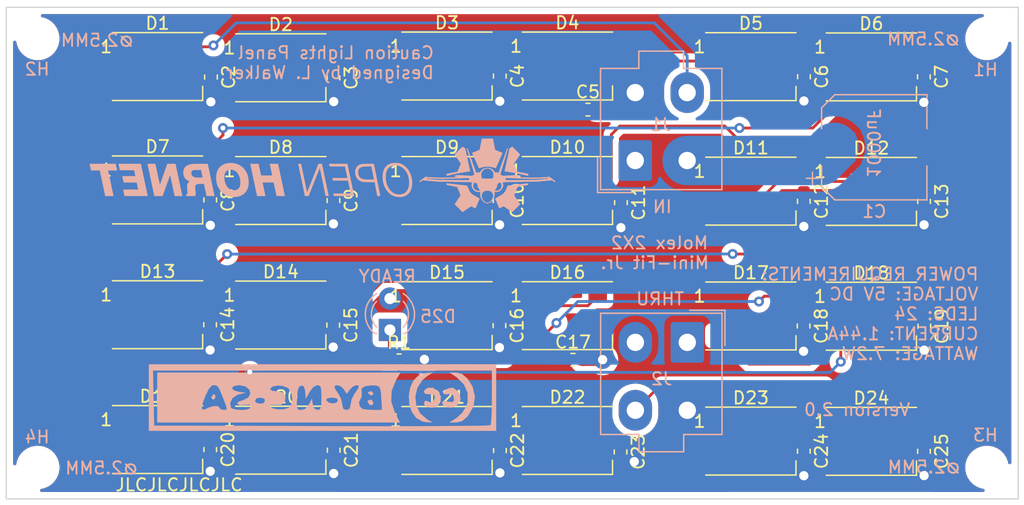
<source format=kicad_pcb>
(kicad_pcb (version 20171130) (host pcbnew "(5.1.6)-1")
  (layers (0 F.Cu signal) (31 B.Cu signal hide) (34 B.Paste user hide) (35 F.Paste user hide) (36 B.SilkS user) (37 F.SilkS user) (38 B.Mask user hide) (39 F.Mask user hide) (44 Edge.Cuts user))
  (net 0 "")
  (net 1 /LEDGND)
  (net 2 /LED+5V)
  (net 3 "Net-(D1-Pad2)")
  (net 4 "Net-(D2-Pad2)")
  (net 5 "Net-(D3-Pad2)")
  (net 6 "Net-(D4-Pad2)")
  (net 7 "Net-(D5-Pad2)")
  (net 8 "Net-(D6-Pad2)")
  (net 9 "Net-(D7-Pad2)")
  (net 10 "Net-(D8-Pad2)")
  (net 11 "Net-(D10-Pad4)")
  (net 12 "Net-(D10-Pad2)")
  (net 13 "Net-(D11-Pad2)")
  (net 14 "Net-(D13-Pad2)")
  (net 15 "Net-(D14-Pad2)")
  (net 16 "Net-(D15-Pad2)")
  (net 17 "Net-(D16-Pad2)")
  (net 18 "Net-(D17-Pad2)")
  (net 19 "Net-(D18-Pad2)")
  (net 20 "Net-(D19-Pad2)")
  (net 21 "Net-(D20-Pad2)")
  (net 22 "Net-(D21-Pad2)")
  (net 23 "Net-(D22-Pad2)")
  (net 24 "Net-(D23-Pad2)")
  (net 25 /DATAIN)
  (net 26 /DATAOUT)
  (net 27 /DATAOUT1)
  (net 28 "Net-(D25-Pad1)")
  (module OH_General:CC-BY-NC-SA-Small (layer B.Cu) (at 132.32 101.68 180)
    (fp_text reference G*** hide)
    (fp_text value LOGO hide)
  )
  (module OH_General:OH_LOGO_37.7mm_5.9mm (layer B.Cu) (at 132.242676 83.68 180)
    (fp_text reference G*** hide)
    (fp_text value LOGO hide)
  )
  (module Resistor_SMD:R_0603_1608Metric (layer F.Cu) (at 138.4325 98.66)
    (fp_text reference R1 (at 0 -1.43) (layer F.SilkS))
    (fp_text value R)
    (pad 2 smd roundrect (at 0.7875 0) (size 0.875 0.95) (layers F.Cu F.Paste F.Mask) (net 1 /LEDGND))
    (pad 1 smd roundrect (at -0.7875 0) (size 0.875 0.95) (layers F.Cu F.Paste F.Mask) (net 28 "Net-(D25-Pad1)"))
  )
  (module Connector_Molex:Molex_Mini-Fit_Jr_5566-04A_2x02_P4.20mm_Vertical (layer B.Cu) (at 161.75 97.21 180)
    (fp_text reference J2 (at 2.08 -2.96) (layer B.SilkS) (effects (justify mirror)))
    (fp_text value Conn_01x04_Female)
    (pad 4 thru_hole oval (at 4.2 -5.5 180) (size 2.7 3.3) (drill 1.4) (layers *.Cu *.Mask) (net 26 /DATAOUT))
    (pad 3 thru_hole oval (at 0 -5.5 180) (size 2.7 3.3) (drill 1.4) (layers *.Cu *.Mask) (net 1 /LEDGND))
    (pad 2 thru_hole oval (at 4.2 0 180) (size 2.7 3.3) (drill 1.4) (layers *.Cu *.Mask) (net 2 /LED+5V))
    (pad 1 thru_hole roundrect (at 0 0 180) (size 2.7 3.3) (drill 1.4) (layers *.Cu *.Mask) (roundrect_rratio 0.09259299999999999) (net 2 /LED+5V))
  )
  (module Connector_Molex:Molex_Mini-Fit_Jr_5566-04A_2x02_P4.20mm_Vertical (layer B.Cu) (at 157.54 82.48)
    (fp_text reference J1 (at 2.07 -2.91) (layer B.SilkS) (effects (justify mirror)))
    (fp_text value Conn_01x04_Female)
    (pad 4 thru_hole oval (at 4.2 -5.5) (size 2.7 3.3) (drill 1.4) (layers *.Cu *.Mask) (net 25 /DATAIN))
    (pad 3 thru_hole oval (at 0 -5.5) (size 2.7 3.3) (drill 1.4) (layers *.Cu *.Mask) (net 1 /LEDGND))
    (pad 2 thru_hole oval (at 4.2 0) (size 2.7 3.3) (drill 1.4) (layers *.Cu *.Mask) (net 2 /LED+5V))
    (pad 1 thru_hole roundrect (at 0 0) (size 2.7 3.3) (drill 1.4) (layers *.Cu *.Mask) (roundrect_rratio 0.09259299999999999) (net 2 /LED+5V))
  )
  (module LED_THT:LED_D3.0mm (layer B.Cu) (at 137.69 96.2 90)
    (fp_text reference D25 (at 1.09 3.89) (layer B.SilkS) (effects (justify mirror)))
    (fp_text value LED)
    (pad 2 thru_hole circle (at 2.54 0 90) (size 1.8 1.8) (drill 0.9) (layers *.Cu *.Mask) (net 2 /LED+5V))
    (pad 1 thru_hole rect (at 0 0 90) (size 1.8 1.8) (drill 0.9) (layers *.Cu *.Mask) (net 28 "Net-(D25-Pad1)"))
  )
  (module Capacitor_SMD:C_0603_1608Metric (layer F.Cu) (at 180.9 106.0325 270)
    (fp_text reference C25 (at 0 -1.43 90) (layer F.SilkS))
    (fp_text value C)
    (pad 2 smd roundrect (at 0.7875 0 270) (size 0.875 0.95) (layers F.Cu F.Paste F.Mask) (net 1 /LEDGND))
    (pad 1 smd roundrect (at -0.7875 0 270) (size 0.875 0.95) (layers F.Cu F.Paste F.Mask) (net 2 /LED+5V))
  )
  (module Capacitor_SMD:C_0603_1608Metric (layer F.Cu) (at 171.18 106.0225 270)
    (fp_text reference C24 (at 0 -1.43 90) (layer F.SilkS))
    (fp_text value C)
    (pad 2 smd roundrect (at 0.7875 0 270) (size 0.875 0.95) (layers F.Cu F.Paste F.Mask) (net 1 /LEDGND))
    (pad 1 smd roundrect (at -0.7875 0 270) (size 0.875 0.95) (layers F.Cu F.Paste F.Mask) (net 2 /LED+5V))
  )
  (module Capacitor_SMD:C_0603_1608Metric (layer F.Cu) (at 156.35 106.0825 270)
    (fp_text reference C23 (at 0 -1.43 90) (layer F.SilkS))
    (fp_text value C)
    (pad 2 smd roundrect (at 0.7875 0 270) (size 0.875 0.95) (layers F.Cu F.Paste F.Mask) (net 1 /LEDGND))
    (pad 1 smd roundrect (at -0.7875 0 270) (size 0.875 0.95) (layers F.Cu F.Paste F.Mask) (net 2 /LED+5V))
  )
  (module Capacitor_SMD:C_0603_1608Metric (layer F.Cu) (at 146.59 105.9725 270)
    (fp_text reference C22 (at 0 -1.43 90) (layer F.SilkS))
    (fp_text value C)
    (pad 2 smd roundrect (at 0.7875 0 270) (size 0.875 0.95) (layers F.Cu F.Paste F.Mask) (net 1 /LEDGND))
    (pad 1 smd roundrect (at -0.7875 0 270) (size 0.875 0.95) (layers F.Cu F.Paste F.Mask) (net 2 /LED+5V))
  )
  (module Capacitor_SMD:C_0603_1608Metric (layer F.Cu) (at 133.14 105.9425 270)
    (fp_text reference C21 (at 0 -1.43 90) (layer F.SilkS))
    (fp_text value C)
    (pad 2 smd roundrect (at 0.7875 0 270) (size 0.875 0.95) (layers F.Cu F.Paste F.Mask) (net 1 /LEDGND))
    (pad 1 smd roundrect (at -0.7875 0 270) (size 0.875 0.95) (layers F.Cu F.Paste F.Mask) (net 2 /LED+5V))
  )
  (module Capacitor_SMD:C_0603_1608Metric (layer F.Cu) (at 123.15 105.8925 270)
    (fp_text reference C20 (at 0 -1.43 90) (layer F.SilkS))
    (fp_text value C)
    (pad 2 smd roundrect (at 0.7875 0 270) (size 0.875 0.95) (layers F.Cu F.Paste F.Mask) (net 1 /LEDGND))
    (pad 1 smd roundrect (at -0.7875 0 270) (size 0.875 0.95) (layers F.Cu F.Paste F.Mask) (net 2 /LED+5V))
  )
  (module Capacitor_SMD:C_0603_1608Metric (layer F.Cu) (at 180.93 95.9025 270)
    (fp_text reference C19 (at 0 -1.43 90) (layer F.SilkS))
    (fp_text value C)
    (pad 2 smd roundrect (at 0.7875 0 270) (size 0.875 0.95) (layers F.Cu F.Paste F.Mask) (net 1 /LEDGND))
    (pad 1 smd roundrect (at -0.7875 0 270) (size 0.875 0.95) (layers F.Cu F.Paste F.Mask) (net 2 /LED+5V))
  )
  (module Capacitor_SMD:C_0603_1608Metric (layer F.Cu) (at 171.16 95.8825 270)
    (fp_text reference C18 (at 0 -1.43 90) (layer F.SilkS))
    (fp_text value C)
    (pad 2 smd roundrect (at 0.7875 0 270) (size 0.875 0.95) (layers F.Cu F.Paste F.Mask) (net 1 /LEDGND))
    (pad 1 smd roundrect (at -0.7875 0 270) (size 0.875 0.95) (layers F.Cu F.Paste F.Mask) (net 2 /LED+5V))
  )
  (module Capacitor_SMD:C_0603_1608Metric (layer F.Cu) (at 152.5025 98.62)
    (fp_text reference C17 (at 0 -1.43) (layer F.SilkS))
    (fp_text value C)
    (pad 2 smd roundrect (at 0.7875 0) (size 0.875 0.95) (layers F.Cu F.Paste F.Mask) (net 1 /LEDGND))
    (pad 1 smd roundrect (at -0.7875 0) (size 0.875 0.95) (layers F.Cu F.Paste F.Mask) (net 2 /LED+5V))
  )
  (module Capacitor_SMD:C_0603_1608Metric (layer F.Cu) (at 146.55 95.8525 270)
    (fp_text reference C16 (at 0 -1.43 90) (layer F.SilkS))
    (fp_text value C)
    (pad 2 smd roundrect (at 0.7875 0 270) (size 0.875 0.95) (layers F.Cu F.Paste F.Mask) (net 1 /LEDGND))
    (pad 1 smd roundrect (at -0.7875 0 270) (size 0.875 0.95) (layers F.Cu F.Paste F.Mask) (net 2 /LED+5V))
  )
  (module Capacitor_SMD:C_0603_1608Metric (layer F.Cu) (at 133.1 95.8125 270)
    (fp_text reference C15 (at 0 -1.43 90) (layer F.SilkS))
    (fp_text value C)
    (pad 2 smd roundrect (at 0.7875 0 270) (size 0.875 0.95) (layers F.Cu F.Paste F.Mask) (net 1 /LEDGND))
    (pad 1 smd roundrect (at -0.7875 0 270) (size 0.875 0.95) (layers F.Cu F.Paste F.Mask) (net 2 /LED+5V))
  )
  (module Capacitor_SMD:C_0603_1608Metric (layer F.Cu) (at 123.14 95.7825 270)
    (fp_text reference C14 (at 0 -1.43 90) (layer F.SilkS))
    (fp_text value C)
    (pad 2 smd roundrect (at 0.7875 0 270) (size 0.875 0.95) (layers F.Cu F.Paste F.Mask) (net 1 /LEDGND))
    (pad 1 smd roundrect (at -0.7875 0 270) (size 0.875 0.95) (layers F.Cu F.Paste F.Mask) (net 2 /LED+5V))
  )
  (module Capacitor_SMD:C_0603_1608Metric (layer F.Cu) (at 180.91 85.7925 270)
    (fp_text reference C13 (at 0 -1.43 90) (layer F.SilkS))
    (fp_text value C)
    (pad 2 smd roundrect (at 0.7875 0 270) (size 0.875 0.95) (layers F.Cu F.Paste F.Mask) (net 1 /LEDGND))
    (pad 1 smd roundrect (at -0.7875 0 270) (size 0.875 0.95) (layers F.Cu F.Paste F.Mask) (net 2 /LED+5V))
  )
  (module Capacitor_SMD:C_0603_1608Metric (layer F.Cu) (at 171.18 85.7825 270)
    (fp_text reference C12 (at 0 -1.43 90) (layer F.SilkS))
    (fp_text value C)
    (pad 2 smd roundrect (at 0.7875 0 270) (size 0.875 0.95) (layers F.Cu F.Paste F.Mask) (net 1 /LEDGND))
    (pad 1 smd roundrect (at -0.7875 0 270) (size 0.875 0.95) (layers F.Cu F.Paste F.Mask) (net 2 /LED+5V))
  )
  (module Capacitor_SMD:C_0603_1608Metric (layer F.Cu) (at 156.38 85.8925 270)
    (fp_text reference C11 (at 0 -1.43 90) (layer F.SilkS))
    (fp_text value C)
    (pad 2 smd roundrect (at 0.7875 0 270) (size 0.875 0.95) (layers F.Cu F.Paste F.Mask) (net 1 /LEDGND))
    (pad 1 smd roundrect (at -0.7875 0 270) (size 0.875 0.95) (layers F.Cu F.Paste F.Mask) (net 2 /LED+5V))
  )
  (module Capacitor_SMD:C_0603_1608Metric (layer F.Cu) (at 146.56 85.7225 270)
    (fp_text reference C10 (at 0 -1.43 90) (layer F.SilkS))
    (fp_text value C)
    (pad 2 smd roundrect (at 0.7875 0 270) (size 0.875 0.95) (layers F.Cu F.Paste F.Mask) (net 1 /LEDGND))
    (pad 1 smd roundrect (at -0.7875 0 270) (size 0.875 0.95) (layers F.Cu F.Paste F.Mask) (net 2 /LED+5V))
  )
  (module Capacitor_SMD:C_0603_1608Metric (layer F.Cu) (at 133.12 85.7225 270)
    (fp_text reference C9 (at 0 -1.43 90) (layer F.SilkS))
    (fp_text value C)
    (pad 2 smd roundrect (at 0.7875 0 270) (size 0.875 0.95) (layers F.Cu F.Paste F.Mask) (net 1 /LEDGND))
    (pad 1 smd roundrect (at -0.7875 0 270) (size 0.875 0.95) (layers F.Cu F.Paste F.Mask) (net 2 /LED+5V))
  )
  (module Capacitor_SMD:C_0603_1608Metric (layer F.Cu) (at 123.15 85.6725 270)
    (fp_text reference C8 (at 0 -1.43 90) (layer F.SilkS))
    (fp_text value C)
    (pad 2 smd roundrect (at 0.7875 0 270) (size 0.875 0.95) (layers F.Cu F.Paste F.Mask) (net 1 /LEDGND))
    (pad 1 smd roundrect (at -0.7875 0 270) (size 0.875 0.95) (layers F.Cu F.Paste F.Mask) (net 2 /LED+5V))
  )
  (module Capacitor_SMD:C_0603_1608Metric (layer F.Cu) (at 180.89 75.7025 270)
    (fp_text reference C7 (at 0 -1.43 90) (layer F.SilkS))
    (fp_text value C)
    (pad 2 smd roundrect (at 0.7875 0 270) (size 0.875 0.95) (layers F.Cu F.Paste F.Mask) (net 1 /LEDGND))
    (pad 1 smd roundrect (at -0.7875 0 270) (size 0.875 0.95) (layers F.Cu F.Paste F.Mask) (net 2 /LED+5V))
  )
  (module Capacitor_SMD:C_0603_1608Metric (layer F.Cu) (at 171.19 75.6925 270)
    (fp_text reference C6 (at 0 -1.43 90) (layer F.SilkS))
    (fp_text value C)
    (pad 2 smd roundrect (at 0.7875 0 270) (size 0.875 0.95) (layers F.Cu F.Paste F.Mask) (net 1 /LEDGND))
    (pad 1 smd roundrect (at -0.7875 0 270) (size 0.875 0.95) (layers F.Cu F.Paste F.Mask) (net 2 /LED+5V))
  )
  (module Capacitor_SMD:C_0603_1608Metric (layer F.Cu) (at 153.7125 78.36)
    (fp_text reference C5 (at 0 -1.43) (layer F.SilkS))
    (fp_text value C)
    (pad 2 smd roundrect (at 0.7875 0) (size 0.875 0.95) (layers F.Cu F.Paste F.Mask) (net 1 /LEDGND))
    (pad 1 smd roundrect (at -0.7875 0) (size 0.875 0.95) (layers F.Cu F.Paste F.Mask) (net 2 /LED+5V))
  )
  (module Capacitor_SMD:C_0603_1608Metric (layer F.Cu) (at 146.58 75.6425 270)
    (fp_text reference C4 (at 0 -1.43 90) (layer F.SilkS))
    (fp_text value C)
    (pad 2 smd roundrect (at 0.7875 0 270) (size 0.875 0.95) (layers F.Cu F.Paste F.Mask) (net 1 /LEDGND))
    (pad 1 smd roundrect (at -0.7875 0 270) (size 0.875 0.95) (layers F.Cu F.Paste F.Mask) (net 2 /LED+5V))
  )
  (module Capacitor_SMD:C_0603_1608Metric (layer F.Cu) (at 133.12 75.7825 270)
    (fp_text reference C3 (at 0 -1.43 90) (layer F.SilkS))
    (fp_text value C)
    (pad 2 smd roundrect (at 0.7875 0 270) (size 0.875 0.95) (layers F.Cu F.Paste F.Mask) (net 1 /LEDGND))
    (pad 1 smd roundrect (at -0.7875 0 270) (size 0.875 0.95) (layers F.Cu F.Paste F.Mask) (net 2 /LED+5V))
  )
  (module Capacitor_SMD:C_0603_1608Metric (layer F.Cu) (at 123.21 75.7225 270)
    (fp_text reference C2 (at 0 -1.43 90) (layer F.SilkS))
    (fp_text value C)
    (pad 2 smd roundrect (at 0.7875 0 270) (size 0.875 0.95) (layers F.Cu F.Paste F.Mask) (net 1 /LEDGND))
    (pad 1 smd roundrect (at -0.7875 0 270) (size 0.875 0.95) (layers F.Cu F.Paste F.Mask) (net 2 /LED+5V))
  )
  (module LED_SMD:LED_WS2812B_PLCC4_5.0x5.0mm_P3.2mm (layer F.Cu) (at 118.888 74.87)
    (fp_text reference D1 (at 0 -3.5) (layer F.SilkS))
    (fp_text value WS2812B)
    (fp_text user 1 (at -4.15 -1.6) (layer F.SilkS))
    (pad 1 smd rect (at -2.45 -1.6) (size 1.5 1) (layers F.Cu F.Paste F.Mask) (net 2 /LED+5V))
    (pad 2 smd rect (at -2.45 1.6) (size 1.5 1) (layers F.Cu F.Paste F.Mask) (net 3 "Net-(D1-Pad2)"))
    (pad 4 smd rect (at 2.45 -1.6) (size 1.5 1) (layers F.Cu F.Paste F.Mask) (net 25 /DATAIN))
    (pad 3 smd rect (at 2.45 1.6) (size 1.5 1) (layers F.Cu F.Paste F.Mask) (net 1 /LEDGND))
  )
  (module LED_SMD:LED_WS2812B_PLCC4_5.0x5.0mm_P3.2mm (layer F.Cu) (at 176.645 74.8984)
    (fp_text reference D6 (at 0 -3.5) (layer F.SilkS))
    (fp_text value WS2812B)
    (fp_text user 1 (at -4.15 -1.6) (layer F.SilkS))
    (pad 1 smd rect (at -2.45 -1.6) (size 1.5 1) (layers F.Cu F.Paste F.Mask) (net 2 /LED+5V))
    (pad 2 smd rect (at -2.45 1.6) (size 1.5 1) (layers F.Cu F.Paste F.Mask) (net 8 "Net-(D6-Pad2)"))
    (pad 4 smd rect (at 2.45 -1.6) (size 1.5 1) (layers F.Cu F.Paste F.Mask) (net 7 "Net-(D5-Pad2)"))
    (pad 3 smd rect (at 2.45 1.6) (size 1.5 1) (layers F.Cu F.Paste F.Mask) (net 1 /LEDGND))
  )
  (module LED_SMD:LED_WS2812B_PLCC4_5.0x5.0mm_P3.2mm (layer F.Cu) (at 176.645 105.226)
    (fp_text reference D24 (at 0 -3.5) (layer F.SilkS))
    (fp_text value WS2812B)
    (fp_text user 1 (at -4.15 -1.6) (layer F.SilkS))
    (pad 1 smd rect (at -2.45 -1.6) (size 1.5 1) (layers F.Cu F.Paste F.Mask) (net 2 /LED+5V))
    (pad 2 smd rect (at -2.45 1.6) (size 1.5 1) (layers F.Cu F.Paste F.Mask) (net 26 /DATAOUT))
    (pad 4 smd rect (at 2.45 -1.6) (size 1.5 1) (layers F.Cu F.Paste F.Mask) (net 24 "Net-(D23-Pad2)"))
    (pad 3 smd rect (at 2.45 1.6) (size 1.5 1) (layers F.Cu F.Paste F.Mask) (net 1 /LEDGND))
  )
  (module LED_SMD:LED_WS2812B_PLCC4_5.0x5.0mm_P3.2mm (layer F.Cu) (at 166.895 105.206)
    (fp_text reference D23 (at 0 -3.5) (layer F.SilkS))
    (fp_text value WS2812B)
    (fp_text user 1 (at -4.15 -1.6) (layer F.SilkS))
    (pad 1 smd rect (at -2.45 -1.6) (size 1.5 1) (layers F.Cu F.Paste F.Mask) (net 2 /LED+5V))
    (pad 2 smd rect (at -2.45 1.6) (size 1.5 1) (layers F.Cu F.Paste F.Mask) (net 24 "Net-(D23-Pad2)"))
    (pad 4 smd rect (at 2.45 -1.6) (size 1.5 1) (layers F.Cu F.Paste F.Mask) (net 23 "Net-(D22-Pad2)"))
    (pad 3 smd rect (at 2.45 1.6) (size 1.5 1) (layers F.Cu F.Paste F.Mask) (net 1 /LEDGND))
  )
  (module LED_SMD:LED_WS2812B_PLCC4_5.0x5.0mm_P3.2mm (layer F.Cu) (at 152.051 105.156)
    (fp_text reference D22 (at 0 -3.5) (layer F.SilkS))
    (fp_text value WS2812B)
    (fp_text user 1 (at -4.15 -1.6) (layer F.SilkS))
    (pad 1 smd rect (at -2.45 -1.6) (size 1.5 1) (layers F.Cu F.Paste F.Mask) (net 2 /LED+5V))
    (pad 2 smd rect (at -2.45 1.6) (size 1.5 1) (layers F.Cu F.Paste F.Mask) (net 23 "Net-(D22-Pad2)"))
    (pad 4 smd rect (at 2.45 -1.6) (size 1.5 1) (layers F.Cu F.Paste F.Mask) (net 22 "Net-(D21-Pad2)"))
    (pad 3 smd rect (at 2.45 1.6) (size 1.5 1) (layers F.Cu F.Paste F.Mask) (net 1 /LEDGND))
  )
  (module LED_SMD:LED_WS2812B_PLCC4_5.0x5.0mm_P3.2mm (layer F.Cu) (at 142.309 105.156)
    (fp_text reference D21 (at 0 -3.5) (layer F.SilkS))
    (fp_text value WS2812B)
    (fp_text user 1 (at -4.15 -1.6) (layer F.SilkS))
    (pad 1 smd rect (at -2.45 -1.6) (size 1.5 1) (layers F.Cu F.Paste F.Mask) (net 2 /LED+5V))
    (pad 2 smd rect (at -2.45 1.6) (size 1.5 1) (layers F.Cu F.Paste F.Mask) (net 22 "Net-(D21-Pad2)"))
    (pad 4 smd rect (at 2.45 -1.6) (size 1.5 1) (layers F.Cu F.Paste F.Mask) (net 21 "Net-(D20-Pad2)"))
    (pad 3 smd rect (at 2.45 1.6) (size 1.5 1) (layers F.Cu F.Paste F.Mask) (net 1 /LEDGND))
  )
  (module LED_SMD:LED_WS2812B_PLCC4_5.0x5.0mm_P3.2mm (layer F.Cu) (at 128.86 105.13)
    (fp_text reference D20 (at 0 -3.5) (layer F.SilkS))
    (fp_text value WS2812B)
    (fp_text user 1 (at -4.15 -1.6) (layer F.SilkS))
    (pad 1 smd rect (at -2.45 -1.6) (size 1.5 1) (layers F.Cu F.Paste F.Mask) (net 2 /LED+5V))
    (pad 2 smd rect (at -2.45 1.6) (size 1.5 1) (layers F.Cu F.Paste F.Mask) (net 21 "Net-(D20-Pad2)"))
    (pad 4 smd rect (at 2.45 -1.6) (size 1.5 1) (layers F.Cu F.Paste F.Mask) (net 20 "Net-(D19-Pad2)"))
    (pad 3 smd rect (at 2.45 1.6) (size 1.5 1) (layers F.Cu F.Paste F.Mask) (net 1 /LEDGND))
  )
  (module LED_SMD:LED_WS2812B_PLCC4_5.0x5.0mm_P3.2mm (layer F.Cu) (at 118.888 105.08)
    (fp_text reference D19 (at 0 -3.5) (layer F.SilkS))
    (fp_text value WS2812B)
    (fp_text user 1 (at -4.15 -1.6) (layer F.SilkS))
    (pad 1 smd rect (at -2.45 -1.6) (size 1.5 1) (layers F.Cu F.Paste F.Mask) (net 2 /LED+5V))
    (pad 2 smd rect (at -2.45 1.6) (size 1.5 1) (layers F.Cu F.Paste F.Mask) (net 20 "Net-(D19-Pad2)"))
    (pad 4 smd rect (at 2.45 -1.6) (size 1.5 1) (layers F.Cu F.Paste F.Mask) (net 19 "Net-(D18-Pad2)"))
    (pad 3 smd rect (at 2.45 1.6) (size 1.5 1) (layers F.Cu F.Paste F.Mask) (net 1 /LEDGND))
  )
  (module LED_SMD:LED_WS2812B_PLCC4_5.0x5.0mm_P3.2mm (layer F.Cu) (at 176.645 95.0912)
    (fp_text reference D18 (at 0 -3.5) (layer F.SilkS))
    (fp_text value WS2812B)
    (fp_text user 1 (at -4.15 -1.6) (layer F.SilkS))
    (pad 1 smd rect (at -2.45 -1.6) (size 1.5 1) (layers F.Cu F.Paste F.Mask) (net 2 /LED+5V))
    (pad 2 smd rect (at -2.45 1.6) (size 1.5 1) (layers F.Cu F.Paste F.Mask) (net 19 "Net-(D18-Pad2)"))
    (pad 4 smd rect (at 2.45 -1.6) (size 1.5 1) (layers F.Cu F.Paste F.Mask) (net 18 "Net-(D17-Pad2)"))
    (pad 3 smd rect (at 2.45 1.6) (size 1.5 1) (layers F.Cu F.Paste F.Mask) (net 1 /LEDGND))
  )
  (module LED_SMD:LED_WS2812B_PLCC4_5.0x5.0mm_P3.2mm (layer F.Cu) (at 166.895 95.0714)
    (fp_text reference D17 (at 0 -3.5) (layer F.SilkS))
    (fp_text value WS2812B)
    (fp_text user 1 (at -4.15 -1.6) (layer F.SilkS))
    (pad 1 smd rect (at -2.45 -1.6) (size 1.5 1) (layers F.Cu F.Paste F.Mask) (net 2 /LED+5V))
    (pad 2 smd rect (at -2.45 1.6) (size 1.5 1) (layers F.Cu F.Paste F.Mask) (net 18 "Net-(D17-Pad2)"))
    (pad 4 smd rect (at 2.45 -1.6) (size 1.5 1) (layers F.Cu F.Paste F.Mask) (net 17 "Net-(D16-Pad2)"))
    (pad 3 smd rect (at 2.45 1.6) (size 1.5 1) (layers F.Cu F.Paste F.Mask) (net 1 /LEDGND))
  )
  (module LED_SMD:LED_WS2812B_PLCC4_5.0x5.0mm_P3.2mm (layer F.Cu) (at 152.051 95.0468)
    (fp_text reference D16 (at 0 -3.5) (layer F.SilkS))
    (fp_text value WS2812B)
    (fp_text user 1 (at -4.15 -1.6) (layer F.SilkS))
    (pad 1 smd rect (at -2.45 -1.6) (size 1.5 1) (layers F.Cu F.Paste F.Mask) (net 2 /LED+5V))
    (pad 2 smd rect (at -2.45 1.6) (size 1.5 1) (layers F.Cu F.Paste F.Mask) (net 17 "Net-(D16-Pad2)"))
    (pad 4 smd rect (at 2.45 -1.6) (size 1.5 1) (layers F.Cu F.Paste F.Mask) (net 16 "Net-(D15-Pad2)"))
    (pad 3 smd rect (at 2.45 1.6) (size 1.5 1) (layers F.Cu F.Paste F.Mask) (net 1 /LEDGND))
  )
  (module LED_SMD:LED_WS2812B_PLCC4_5.0x5.0mm_P3.2mm (layer F.Cu) (at 142.309 95.0466)
    (fp_text reference D15 (at 0 -3.5) (layer F.SilkS))
    (fp_text value WS2812B)
    (fp_text user 1 (at -4.15 -1.6) (layer F.SilkS))
    (pad 1 smd rect (at -2.45 -1.6) (size 1.5 1) (layers F.Cu F.Paste F.Mask) (net 2 /LED+5V))
    (pad 2 smd rect (at -2.45 1.6) (size 1.5 1) (layers F.Cu F.Paste F.Mask) (net 16 "Net-(D15-Pad2)"))
    (pad 4 smd rect (at 2.45 -1.6) (size 1.5 1) (layers F.Cu F.Paste F.Mask) (net 15 "Net-(D14-Pad2)"))
    (pad 3 smd rect (at 2.45 1.6) (size 1.5 1) (layers F.Cu F.Paste F.Mask) (net 1 /LEDGND))
  )
  (module LED_SMD:LED_WS2812B_PLCC4_5.0x5.0mm_P3.2mm (layer F.Cu) (at 128.86 94.9958)
    (fp_text reference D14 (at 0 -3.5) (layer F.SilkS))
    (fp_text value WS2812B)
    (fp_text user 1 (at -4.15 -1.6) (layer F.SilkS))
    (pad 1 smd rect (at -2.45 -1.6) (size 1.5 1) (layers F.Cu F.Paste F.Mask) (net 2 /LED+5V))
    (pad 2 smd rect (at -2.45 1.6) (size 1.5 1) (layers F.Cu F.Paste F.Mask) (net 15 "Net-(D14-Pad2)"))
    (pad 4 smd rect (at 2.45 -1.6) (size 1.5 1) (layers F.Cu F.Paste F.Mask) (net 14 "Net-(D13-Pad2)"))
    (pad 3 smd rect (at 2.45 1.6) (size 1.5 1) (layers F.Cu F.Paste F.Mask) (net 1 /LEDGND))
  )
  (module LED_SMD:LED_WS2812B_PLCC4_5.0x5.0mm_P3.2mm (layer F.Cu) (at 118.888 94.9712)
    (fp_text reference D13 (at 0 -3.5) (layer F.SilkS))
    (fp_text value WS2812B)
    (fp_text user 1 (at -4.15 -1.6) (layer F.SilkS))
    (pad 1 smd rect (at -2.45 -1.6) (size 1.5 1) (layers F.Cu F.Paste F.Mask) (net 2 /LED+5V))
    (pad 2 smd rect (at -2.45 1.6) (size 1.5 1) (layers F.Cu F.Paste F.Mask) (net 14 "Net-(D13-Pad2)"))
    (pad 4 smd rect (at 2.45 -1.6) (size 1.5 1) (layers F.Cu F.Paste F.Mask) (net 27 /DATAOUT1))
    (pad 3 smd rect (at 2.45 1.6) (size 1.5 1) (layers F.Cu F.Paste F.Mask) (net 1 /LEDGND))
  )
  (module LED_SMD:LED_WS2812B_PLCC4_5.0x5.0mm_P3.2mm (layer F.Cu) (at 176.645 84.9822)
    (fp_text reference D12 (at 0 -3.5) (layer F.SilkS))
    (fp_text value WS2812B)
    (fp_text user 1 (at -4.15 -1.6) (layer F.SilkS))
    (pad 1 smd rect (at -2.45 -1.6) (size 1.5 1) (layers F.Cu F.Paste F.Mask) (net 2 /LED+5V))
    (pad 2 smd rect (at -2.45 1.6) (size 1.5 1) (layers F.Cu F.Paste F.Mask) (net 27 /DATAOUT1))
    (pad 4 smd rect (at 2.45 -1.6) (size 1.5 1) (layers F.Cu F.Paste F.Mask) (net 13 "Net-(D11-Pad2)"))
    (pad 3 smd rect (at 2.45 1.6) (size 1.5 1) (layers F.Cu F.Paste F.Mask) (net 1 /LEDGND))
  )
  (module LED_SMD:LED_WS2812B_PLCC4_5.0x5.0mm_P3.2mm (layer F.Cu) (at 166.895 84.9622)
    (fp_text reference D11 (at 0 -3.5) (layer F.SilkS))
    (fp_text value WS2812B)
    (fp_text user 1 (at -4.15 -1.6) (layer F.SilkS))
    (pad 1 smd rect (at -2.45 -1.6) (size 1.5 1) (layers F.Cu F.Paste F.Mask) (net 2 /LED+5V))
    (pad 2 smd rect (at -2.45 1.6) (size 1.5 1) (layers F.Cu F.Paste F.Mask) (net 13 "Net-(D11-Pad2)"))
    (pad 4 smd rect (at 2.45 -1.6) (size 1.5 1) (layers F.Cu F.Paste F.Mask) (net 12 "Net-(D10-Pad2)"))
    (pad 3 smd rect (at 2.45 1.6) (size 1.5 1) (layers F.Cu F.Paste F.Mask) (net 1 /LEDGND))
  )
  (module LED_SMD:LED_WS2812B_PLCC4_5.0x5.0mm_P3.2mm (layer F.Cu) (at 152.051 84.912)
    (fp_text reference D10 (at 0 -3.5) (layer F.SilkS))
    (fp_text value WS2812B)
    (fp_text user 1 (at -4.15 -1.6) (layer F.SilkS))
    (pad 1 smd rect (at -2.45 -1.6) (size 1.5 1) (layers F.Cu F.Paste F.Mask) (net 2 /LED+5V))
    (pad 2 smd rect (at -2.45 1.6) (size 1.5 1) (layers F.Cu F.Paste F.Mask) (net 12 "Net-(D10-Pad2)"))
    (pad 4 smd rect (at 2.45 -1.6) (size 1.5 1) (layers F.Cu F.Paste F.Mask) (net 11 "Net-(D10-Pad4)"))
    (pad 3 smd rect (at 2.45 1.6) (size 1.5 1) (layers F.Cu F.Paste F.Mask) (net 1 /LEDGND))
  )
  (module LED_SMD:LED_WS2812B_PLCC4_5.0x5.0mm_P3.2mm (layer F.Cu) (at 142.309 84.912)
    (fp_text reference D9 (at 0 -3.5) (layer F.SilkS))
    (fp_text value WS2812B)
    (fp_text user 1 (at -4.15 -1.6) (layer F.SilkS))
    (pad 1 smd rect (at -2.45 -1.6) (size 1.5 1) (layers F.Cu F.Paste F.Mask) (net 2 /LED+5V))
    (pad 2 smd rect (at -2.45 1.6) (size 1.5 1) (layers F.Cu F.Paste F.Mask) (net 11 "Net-(D10-Pad4)"))
    (pad 4 smd rect (at 2.45 -1.6) (size 1.5 1) (layers F.Cu F.Paste F.Mask) (net 10 "Net-(D8-Pad2)"))
    (pad 3 smd rect (at 2.45 1.6) (size 1.5 1) (layers F.Cu F.Paste F.Mask) (net 1 /LEDGND))
  )
  (module LED_SMD:LED_WS2812B_PLCC4_5.0x5.0mm_P3.2mm (layer F.Cu) (at 128.86 84.9122)
    (fp_text reference D8 (at 0 -3.5) (layer F.SilkS))
    (fp_text value WS2812B)
    (fp_text user 1 (at -4.15 -1.6) (layer F.SilkS))
    (pad 1 smd rect (at -2.45 -1.6) (size 1.5 1) (layers F.Cu F.Paste F.Mask) (net 2 /LED+5V))
    (pad 2 smd rect (at -2.45 1.6) (size 1.5 1) (layers F.Cu F.Paste F.Mask) (net 10 "Net-(D8-Pad2)"))
    (pad 4 smd rect (at 2.45 -1.6) (size 1.5 1) (layers F.Cu F.Paste F.Mask) (net 9 "Net-(D7-Pad2)"))
    (pad 3 smd rect (at 2.45 1.6) (size 1.5 1) (layers F.Cu F.Paste F.Mask) (net 1 /LEDGND))
  )
  (module LED_SMD:LED_WS2812B_PLCC4_5.0x5.0mm_P3.2mm (layer F.Cu) (at 118.888 84.862)
    (fp_text reference D7 (at 0 -3.5) (layer F.SilkS))
    (fp_text value WS2812B)
    (fp_text user 1 (at -4.15 -1.6) (layer F.SilkS))
    (pad 1 smd rect (at -2.45 -1.6) (size 1.5 1) (layers F.Cu F.Paste F.Mask) (net 2 /LED+5V))
    (pad 2 smd rect (at -2.45 1.6) (size 1.5 1) (layers F.Cu F.Paste F.Mask) (net 9 "Net-(D7-Pad2)"))
    (pad 4 smd rect (at 2.45 -1.6) (size 1.5 1) (layers F.Cu F.Paste F.Mask) (net 8 "Net-(D6-Pad2)"))
    (pad 3 smd rect (at 2.45 1.6) (size 1.5 1) (layers F.Cu F.Paste F.Mask) (net 1 /LEDGND))
  )
  (module LED_SMD:LED_WS2812B_PLCC4_5.0x5.0mm_P3.2mm (layer F.Cu) (at 166.895 74.8784)
    (fp_text reference D5 (at 0 -3.5) (layer F.SilkS))
    (fp_text value WS2812B)
    (fp_text user 1 (at -4.15 -1.6) (layer F.SilkS))
    (pad 1 smd rect (at -2.45 -1.6) (size 1.5 1) (layers F.Cu F.Paste F.Mask) (net 2 /LED+5V))
    (pad 2 smd rect (at -2.45 1.6) (size 1.5 1) (layers F.Cu F.Paste F.Mask) (net 7 "Net-(D5-Pad2)"))
    (pad 4 smd rect (at 2.45 -1.6) (size 1.5 1) (layers F.Cu F.Paste F.Mask) (net 6 "Net-(D4-Pad2)"))
    (pad 3 smd rect (at 2.45 1.6) (size 1.5 1) (layers F.Cu F.Paste F.Mask) (net 1 /LEDGND))
  )
  (module LED_SMD:LED_WS2812B_PLCC4_5.0x5.0mm_P3.2mm (layer F.Cu) (at 152.051 74.8284)
    (fp_text reference D4 (at 0 -3.5) (layer F.SilkS))
    (fp_text value WS2812B)
    (fp_text user 1 (at -4.15 -1.6) (layer F.SilkS))
    (pad 1 smd rect (at -2.45 -1.6) (size 1.5 1) (layers F.Cu F.Paste F.Mask) (net 2 /LED+5V))
    (pad 2 smd rect (at -2.45 1.6) (size 1.5 1) (layers F.Cu F.Paste F.Mask) (net 6 "Net-(D4-Pad2)"))
    (pad 4 smd rect (at 2.45 -1.6) (size 1.5 1) (layers F.Cu F.Paste F.Mask) (net 5 "Net-(D3-Pad2)"))
    (pad 3 smd rect (at 2.45 1.6) (size 1.5 1) (layers F.Cu F.Paste F.Mask) (net 1 /LEDGND))
  )
  (module LED_SMD:LED_WS2812B_PLCC4_5.0x5.0mm_P3.2mm (layer F.Cu) (at 142.309 74.8284)
    (fp_text reference D3 (at 0 -3.5) (layer F.SilkS))
    (fp_text value WS2812B)
    (fp_text user 1 (at -4.15 -1.6) (layer F.SilkS))
    (pad 1 smd rect (at -2.45 -1.6) (size 1.5 1) (layers F.Cu F.Paste F.Mask) (net 2 /LED+5V))
    (pad 2 smd rect (at -2.45 1.6) (size 1.5 1) (layers F.Cu F.Paste F.Mask) (net 5 "Net-(D3-Pad2)"))
    (pad 4 smd rect (at 2.45 -1.6) (size 1.5 1) (layers F.Cu F.Paste F.Mask) (net 4 "Net-(D2-Pad2)"))
    (pad 3 smd rect (at 2.45 1.6) (size 1.5 1) (layers F.Cu F.Paste F.Mask) (net 1 /LEDGND))
  )
  (module LED_SMD:LED_WS2812B_PLCC4_5.0x5.0mm_P3.2mm (layer F.Cu) (at 128.86 74.97)
    (fp_text reference D2 (at 0 -3.5) (layer F.SilkS))
    (fp_text value WS2812B)
    (fp_text user 1 (at -4.15 -1.6) (layer F.SilkS))
    (pad 1 smd rect (at -2.45 -1.6) (size 1.5 1) (layers F.Cu F.Paste F.Mask) (net 2 /LED+5V))
    (pad 2 smd rect (at -2.45 1.6) (size 1.5 1) (layers F.Cu F.Paste F.Mask) (net 4 "Net-(D2-Pad2)"))
    (pad 4 smd rect (at 2.45 -1.6) (size 1.5 1) (layers F.Cu F.Paste F.Mask) (net 3 "Net-(D1-Pad2)"))
    (pad 3 smd rect (at 2.45 1.6) (size 1.5 1) (layers F.Cu F.Paste F.Mask) (net 1 /LEDGND))
  )
  (module Capacitor_SMD:CP_Elec_8x10 (layer B.Cu) (at 176.88 81.41)
    (fp_text reference C1 (at 0 5.2) (layer B.SilkS) (effects (justify mirror)))
    (fp_text value C_Polarized)
    (pad 2 smd roundrect (at 3.25 0) (size 3.5 2.5) (layers B.Cu B.Paste B.Mask) (roundrect_rratio 0.1) (net 1 /LEDGND))
    (pad 1 smd roundrect (at -3.25 0) (size 3.5 2.5) (layers B.Cu B.Paste B.Mask) (roundrect_rratio 0.1) (net 2 /LED+5V))
  )
  (module Mounting_Holes:MountingHole_2.5mm (layer F.Cu) (at 109.195 72.6004)
    (fp_text reference MK1 hide)
    (fp_text value Mounting_Hole)
    (pad 1 np_thru_hole circle (at 0 0) (size 2.5 2.5) (drill 2.5) (layers *.Cu *.Mask))
  )
  (module Mounting_Holes:MountingHole_2.5mm (layer F.Cu) (at 185.995 72.6004)
    (fp_text reference MK2 hide)
    (fp_text value Mounting_Hole)
    (pad 1 np_thru_hole circle (at 0 0) (size 2.5 2.5) (drill 2.5) (layers *.Cu *.Mask))
  )
  (module Mounting_Holes:MountingHole_2.5mm (layer F.Cu) (at 109.195 107.34)
    (fp_text reference MK3 hide)
    (fp_text value Mounting_Hole)
    (pad 1 np_thru_hole circle (at 0 0) (size 2.5 2.5) (drill 2.5) (layers *.Cu *.Mask))
  )
  (module Mounting_Holes:MountingHole_2.5mm (layer F.Cu) (at 185.995 107.34)
    (fp_text reference MK4 hide)
    (fp_text value Mounting_Hole)
    (pad 1 np_thru_hole circle (at 0 0) (size 2.5 2.5) (drill 2.5) (layers *.Cu *.Mask))
  )
  (gr_text JLCJLCJLCJLC (at 120.625 108.75) (layer F.SilkS) (effects (font (size 1 1))))
  (gr_text "Version 2.0" (at 175.49 102.66) (layer B.SilkS) (effects (font (size 1 1)) (justify mirror)))
  (gr_text READY (at 137.48 91.86) (layer B.SilkS) (effects (font (size 1 1)) (justify mirror)))
  (gr_text ⌀2.5MM (at 180.9242 107.315) (layer B.SilkS) (effects (font (size 1 1)) (justify mirror)))
  (gr_text ⌀2.5MM (at 180.8734 72.644) (layer B.SilkS) (effects (font (size 1 1)) (justify mirror)))
  (gr_text ⌀2.5MM (at 114.0206 72.7456) (layer B.SilkS) (effects (font (size 1 1)) (justify mirror)))
  (gr_text ⌀2.5MM (at 114.3762 107.3912) (layer B.SilkS) (effects (font (size 1 1)) (justify mirror)))
  (gr_text "POWER REQUIREMENTS:\nVOLTAGE: 5V DC\nLEDS: 24\nCURRENT: 1.44A\nWATTAGE: 7.2W" (at 185.4 94.91) (layer B.SilkS) (effects (font (size 1 1)) (justify left mirror)))
  (gr_text 1000uF (at 176.81 81.06 270) (layer B.SilkS) (effects (font (size 1 1)) (justify mirror)))
  (gr_text THRU (at 159.55 93.69) (layer B.SilkS) (effects (font (size 1 1)) (justify mirror)))
  (gr_text IN (at 159.73 86.23) (layer B.SilkS) (effects (font (size 1 1)) (justify mirror)))
  (gr_text "Molex 2X2 \nMini-Fit Jr." (at 159.12 89.96) (layer B.SilkS) (effects (font (size 1 1)) (justify mirror)))
  (gr_text H4 (at 109.1438 104.8766) (layer B.SilkS) (effects (font (size 1 1)) (justify mirror)))
  (gr_text H3 (at 185.8772 104.7242) (layer B.SilkS) (effects (font (size 1 1)) (justify mirror)))
  (gr_text H2 (at 109.1438 75.0824) (layer B.SilkS) (effects (font (size 1 1)) (justify mirror)))
  (gr_text H1 (at 185.8772 75.1332) (layer B.SilkS) (effects (font (size 1 1)) (justify mirror)))
  (gr_text "Caution Lights Panel\nDesigned by L. Walker" (at 141.34 74.56) (layer B.SilkS) (effects (font (size 1 1)) (justify left mirror)))
  (gr_line (start 106.6486 70.0686) (end 106.6486 109.8846) (layer Edge.Cuts) (width 0.1))
  (gr_line (start 188.5246 109.8846) (end 188.5246 70.0686) (layer Edge.Cuts) (width 0.1))
  (gr_line (start 188.5246 70.0686) (end 106.6486 70.0686) (layer Edge.Cuts) (width 0.1))
  (gr_line (start 106.6486 109.8846) (end 188.5246 109.8846) (layer Edge.Cuts) (width 0.1))
  (segment (start 121.378 76.51) (end 121.338 76.47) (width 1) (layer F.Cu) (net 1))
  (segment (start 123.21 76.51) (end 121.378 76.51) (width 1) (layer F.Cu) (net 1))
  (segment (start 123.21 76.51) (end 123.2 77.73) (width 1) (layer F.Cu) (net 1))
  (segment (start 123.2 77.73) (end 123.21 77.72) (width 1) (layer F.Cu) (net 1))
  (via (at 123.2 77.73) (size 1.5) (drill 0.75) (layers F.Cu B.Cu) (net 1))
  (segment (start 131.31 76.57) (end 133.12 76.57) (width 1) (layer F.Cu) (net 1))
  (segment (start 133.12 76.57) (end 133.14 77.71) (width 1) (layer F.Cu) (net 1))
  (segment (start 133.14 77.71) (end 133.12 77.69) (width 1) (layer F.Cu) (net 1))
  (via (at 133.14 77.71) (size 1.5) (drill 0.75) (layers F.Cu B.Cu) (net 1))
  (segment (start 146.5784 76.4284) (end 146.58 76.43) (width 1) (layer F.Cu) (net 1))
  (segment (start 144.759 76.4284) (end 146.5784 76.4284) (width 1) (layer F.Cu) (net 1))
  (segment (start 146.58 76.43) (end 146.58 77.68) (width 1) (layer F.Cu) (net 1))
  (segment (start 146.58 77.68) (end 146.58 77.66) (width 1) (layer F.Cu) (net 1))
  (via (at 146.58 77.68) (size 1.5) (drill 0.75) (layers F.Cu B.Cu) (net 1))
  (segment (start 154.5 76.4294) (end 154.501 76.4284) (width 1) (layer F.Cu) (net 1))
  (segment (start 154.5 78.36) (end 154.5 76.4294) (width 1) (layer F.Cu) (net 1))
  (segment (start 156.16 78.36) (end 157.54 76.98) (width 1) (layer F.Cu) (net 1))
  (segment (start 154.5 78.36) (end 156.16 78.36) (width 1) (layer F.Cu) (net 1))
  (segment (start 171.1884 76.4784) (end 171.19 76.48) (width 1) (layer F.Cu) (net 1))
  (segment (start 169.345 76.4784) (end 171.1884 76.4784) (width 1) (layer F.Cu) (net 1))
  (segment (start 171.19 76.48) (end 171.19 77.66) (width 1) (layer F.Cu) (net 1))
  (segment (start 171.19 77.66) (end 171.19 77.66) (width 1) (layer F.Cu) (net 1))
  (via (at 171.19 77.66) (size 1.5) (drill 0.75) (layers F.Cu B.Cu) (net 1))
  (segment (start 180.8816 76.4984) (end 180.89 76.49) (width 1) (layer F.Cu) (net 1))
  (segment (start 179.095 76.4984) (end 180.8816 76.4984) (width 1) (layer F.Cu) (net 1))
  (segment (start 180.89 76.49) (end 180.89 77.77) (width 1) (layer F.Cu) (net 1))
  (segment (start 180.89 77.77) (end 180.89 77.77) (width 1) (layer F.Cu) (net 1))
  (via (at 180.89 77.77) (size 1.5) (drill 0.75) (layers F.Cu B.Cu) (net 1))
  (segment (start 123.148 86.462) (end 123.15 86.46) (width 1) (layer F.Cu) (net 1))
  (segment (start 121.338 86.462) (end 123.148 86.462) (width 1) (layer F.Cu) (net 1))
  (segment (start 123.15 86.46) (end 123.16 87.73) (width 1) (layer F.Cu) (net 1))
  (segment (start 123.16 87.73) (end 123.15 87.72) (width 1) (layer F.Cu) (net 1))
  (via (at 123.16 87.73) (size 1.5) (drill 0.75) (layers F.Cu B.Cu) (net 1))
  (segment (start 133.1178 86.5122) (end 133.12 86.51) (width 1) (layer F.Cu) (net 1))
  (segment (start 131.31 86.5122) (end 133.1178 86.5122) (width 1) (layer F.Cu) (net 1))
  (segment (start 133.12 86.51) (end 133.12 87.61) (width 1) (layer F.Cu) (net 1))
  (segment (start 133.12 87.61) (end 133.12 87.6) (width 1) (layer F.Cu) (net 1))
  (via (at 133.12 87.61) (size 1.5) (drill 0.75) (layers F.Cu B.Cu) (net 1))
  (segment (start 144.761 86.51) (end 144.759 86.512) (width 1) (layer F.Cu) (net 1))
  (segment (start 146.56 86.51) (end 144.761 86.51) (width 1) (layer F.Cu) (net 1))
  (segment (start 146.56 86.51) (end 146.56 87.69) (width 1) (layer F.Cu) (net 1))
  (segment (start 146.56 87.69) (end 146.56 87.69) (width 1) (layer F.Cu) (net 1))
  (via (at 146.56 87.69) (size 1.5) (drill 0.75) (layers F.Cu B.Cu) (net 1))
  (segment (start 156.212 86.512) (end 156.38 86.68) (width 1) (layer F.Cu) (net 1))
  (segment (start 154.501 86.512) (end 156.212 86.512) (width 1) (layer F.Cu) (net 1))
  (segment (start 156.38 86.68) (end 156.38 87.92) (width 1) (layer F.Cu) (net 1))
  (segment (start 156.38 87.92) (end 156.38 87.92) (width 1) (layer F.Cu) (net 1))
  (via (at 156.38 87.92) (size 1.5) (drill 0.75) (layers F.Cu B.Cu) (net 1))
  (segment (start 169.3528 86.57) (end 169.345 86.5622) (width 1) (layer F.Cu) (net 1))
  (segment (start 171.18 86.57) (end 169.3528 86.57) (width 1) (layer F.Cu) (net 1))
  (segment (start 171.18 86.57) (end 171.18 87.82) (width 1) (layer F.Cu) (net 1))
  (segment (start 171.18 87.82) (end 171.18 87.82) (width 1) (layer F.Cu) (net 1))
  (via (at 171.18 87.82) (size 1.5) (drill 0.75) (layers F.Cu B.Cu) (net 1))
  (segment (start 180.9078 86.5822) (end 180.91 86.58) (width 1) (layer F.Cu) (net 1))
  (segment (start 179.095 86.5822) (end 180.9078 86.5822) (width 1) (layer F.Cu) (net 1))
  (segment (start 180.91 86.58) (end 180.91 87.69) (width 1) (layer F.Cu) (net 1))
  (segment (start 180.91 87.69) (end 180.91 87.69) (width 1) (layer F.Cu) (net 1))
  (via (at 180.91 87.69) (size 1.5) (drill 0.75) (layers F.Cu B.Cu) (net 1))
  (segment (start 121.3392 96.57) (end 121.338 96.5712) (width 1) (layer F.Cu) (net 1))
  (segment (start 123.14 96.57) (end 121.3392 96.57) (width 1) (layer F.Cu) (net 1))
  (segment (start 123.14 96.57) (end 123.14 97.83) (width 1) (layer F.Cu) (net 1))
  (segment (start 123.14 97.83) (end 123.14 97.83) (width 1) (layer F.Cu) (net 1))
  (via (at 123.14 97.83) (size 1.5) (drill 0.75) (layers F.Cu B.Cu) (net 1))
  (segment (start 131.3142 96.6) (end 131.31 96.5958) (width 1) (layer F.Cu) (net 1))
  (segment (start 133.1 96.6) (end 131.3142 96.6) (width 1) (layer F.Cu) (net 1))
  (segment (start 133.1 96.6) (end 133.1 97.59) (width 1) (layer F.Cu) (net 1))
  (segment (start 133.1 97.59) (end 133.1 97.59) (width 1) (layer F.Cu) (net 1))
  (via (at 133.1 97.59) (size 1.5) (drill 0.75) (layers F.Cu B.Cu) (net 1))
  (segment (start 146.5434 96.6466) (end 146.55 96.64) (width 1) (layer F.Cu) (net 1))
  (segment (start 144.759 96.6466) (end 146.5434 96.6466) (width 1) (layer F.Cu) (net 1))
  (segment (start 146.55 96.64) (end 146.55 97.63) (width 1) (layer F.Cu) (net 1))
  (segment (start 146.55 97.63) (end 146.55 97.63) (width 1) (layer F.Cu) (net 1))
  (via (at 146.55 97.63) (size 1.5) (drill 0.75) (layers F.Cu B.Cu) (net 1))
  (segment (start 171.1586 96.6714) (end 171.16 96.67) (width 1) (layer F.Cu) (net 1))
  (segment (start 169.345 96.6714) (end 171.1586 96.6714) (width 1) (layer F.Cu) (net 1))
  (segment (start 171.16 96.67) (end 171.16 97.93) (width 1) (layer F.Cu) (net 1))
  (segment (start 171.16 97.93) (end 171.16 97.93) (width 1) (layer F.Cu) (net 1))
  (via (at 171.16 97.93) (size 1.5) (drill 0.75) (layers F.Cu B.Cu) (net 1))
  (segment (start 180.9288 96.6912) (end 180.93 96.69) (width 1) (layer F.Cu) (net 1))
  (segment (start 179.095 96.6912) (end 180.9288 96.6912) (width 1) (layer F.Cu) (net 1))
  (segment (start 180.93 96.69) (end 180.92 97.84) (width 1) (layer F.Cu) (net 1))
  (segment (start 180.92 97.84) (end 180.93 97.83) (width 1) (layer F.Cu) (net 1))
  (via (at 180.92 97.84) (size 1.5) (drill 0.75) (layers F.Cu B.Cu) (net 1))
  (segment (start 121.338 106.68) (end 123.15 106.68) (width 1) (layer F.Cu) (net 1))
  (segment (start 123.15 106.68) (end 123.15 107.65) (width 1) (layer F.Cu) (net 1))
  (segment (start 123.15 107.65) (end 123.15 107.65) (width 1) (layer F.Cu) (net 1))
  (via (at 123.15 107.65) (size 1.5) (drill 0.75) (layers F.Cu B.Cu) (net 1))
  (segment (start 146.586 106.756) (end 146.59 106.76) (width 1) (layer F.Cu) (net 1))
  (segment (start 144.759 106.756) (end 146.586 106.756) (width 1) (layer F.Cu) (net 1))
  (segment (start 146.59 106.76) (end 146.59 107.78) (width 1) (layer F.Cu) (net 1))
  (segment (start 146.59 107.78) (end 146.59 107.78) (width 1) (layer F.Cu) (net 1))
  (via (at 146.59 107.78) (size 1.5) (drill 0.75) (layers F.Cu B.Cu) (net 1))
  (segment (start 133.14 106.73) (end 131.31 106.73) (width 1) (layer F.Cu) (net 1))
  (segment (start 133.14 106.73) (end 133.14 107.83) (width 1) (layer F.Cu) (net 1))
  (segment (start 133.14 107.83) (end 133.14 107.82) (width 1) (layer F.Cu) (net 1))
  (via (at 133.14 107.83) (size 1.5) (drill 0.75) (layers F.Cu B.Cu) (net 1))
  (segment (start 156.236 106.756) (end 156.35 106.87) (width 1) (layer F.Cu) (net 1))
  (segment (start 154.501 106.756) (end 156.236 106.756) (width 1) (layer F.Cu) (net 1))
  (segment (start 156.35 106.87) (end 157.46 106.87) (width 1) (layer F.Cu) (net 1))
  (segment (start 157.46 106.87) (end 157.46 106.87) (width 1) (layer F.Cu) (net 1))
  (via (at 157.46 106.87) (size 1.5) (drill 0.75) (layers F.Cu B.Cu) (net 1))
  (segment (start 169.349 106.81) (end 169.345 106.806) (width 1) (layer F.Cu) (net 1))
  (segment (start 171.18 106.81) (end 169.349 106.81) (width 1) (layer F.Cu) (net 1))
  (segment (start 171.18 106.81) (end 171.18 108.01) (width 1) (layer F.Cu) (net 1))
  (segment (start 171.18 108.01) (end 171.18 108.01) (width 1) (layer F.Cu) (net 1))
  (via (at 171.18 108.01) (size 1.5) (drill 0.75) (layers F.Cu B.Cu) (net 1))
  (segment (start 180.894 106.826) (end 180.9 106.82) (width 1) (layer F.Cu) (net 1))
  (segment (start 179.095 106.826) (end 180.894 106.826) (width 1) (layer F.Cu) (net 1))
  (segment (start 180.9 106.82) (end 180.91 108) (width 1) (layer F.Cu) (net 1))
  (segment (start 180.91 108) (end 180.9 107.99) (width 1) (layer F.Cu) (net 1))
  (via (at 180.91 108) (size 1.5) (drill 0.75) (layers F.Cu B.Cu) (net 1))
  (segment (start 139.22 98.66) (end 139.37 98.66) (width 1) (layer F.Cu) (net 1))
  (segment (start 139.37 98.66) (end 139.44 98.59) (width 1) (layer F.Cu) (net 1))
  (segment (start 139.44 98.59) (end 140.48 98.59) (width 1) (layer F.Cu) (net 1))
  (segment (start 140.48 98.59) (end 140.48 98.59) (width 1) (layer F.Cu) (net 1))
  (via (at 140.48 98.59) (size 1.5) (drill 0.75) (layers F.Cu B.Cu) (net 1))
  (segment (start 153.29 97.8578) (end 154.501 96.6468) (width 1) (layer F.Cu) (net 1))
  (segment (start 153.29 98.62) (end 153.29 97.8578) (width 1) (layer F.Cu) (net 1))
  (segment (start 153.29 98.62) (end 154.9 98.61) (width 1) (layer F.Cu) (net 1))
  (segment (start 154.9 98.61) (end 154.89 98.62) (width 1) (layer F.Cu) (net 1))
  (via (at 154.9 98.61) (size 1.5) (drill 0.75) (layers F.Cu B.Cu) (net 1))
  (segment (start 172.56 82.48) (end 173.63 81.41) (width 4) (layer B.Cu) (net 2))
  (segment (start 161.74 82.48) (end 172.56 82.48) (width 4) (layer B.Cu) (net 2))
  (segment (start 130.517899 74.162101) (end 131.31 73.37) (width 0.2286) (layer F.Cu) (net 3))
  (segment (start 118.017299 74.162101) (end 130.517899 74.162101) (width 0.2286) (layer F.Cu) (net 3))
  (segment (start 116.438 75.7414) (end 118.017299 74.162101) (width 0.2286) (layer F.Cu) (net 3))
  (segment (start 116.438 76.47) (end 116.438 75.7414) (width 0.2286) (layer F.Cu) (net 3))
  (segment (start 143.825299 74.162101) (end 144.759 73.2284) (width 0.2286) (layer F.Cu) (net 4))
  (segment (start 131.897899 74.162101) (end 143.825299 74.162101) (width 0.2286) (layer F.Cu) (net 4))
  (segment (start 129.49 76.57) (end 131.897899 74.162101) (width 0.2286) (layer F.Cu) (net 4))
  (segment (start 126.41 76.57) (end 129.49 76.57) (width 0.2286) (layer F.Cu) (net 4))
  (segment (start 153.708899 74.020501) (end 154.501 73.2284) (width 0.2286) (layer F.Cu) (net 5))
  (segment (start 145.409499 74.020501) (end 153.708899 74.020501) (width 0.2286) (layer F.Cu) (net 5))
  (segment (start 143.0016 76.4284) (end 145.409499 74.020501) (width 0.2286) (layer F.Cu) (net 5))
  (segment (start 139.859 76.4284) (end 143.0016 76.4284) (width 0.2286) (layer F.Cu) (net 5))
  (segment (start 149.601 76.4284) (end 149.601 76.831) (width 0.2286) (layer F.Cu) (net 6))
  (segment (start 168.196489 74.426911) (end 169.345 73.2784) (width 0.2286) (layer F.Cu) (net 6))
  (segment (start 153.868883 75.636299) (end 155.078271 74.426911) (width 0.2286) (layer F.Cu) (net 6))
  (segment (start 150.393101 75.636299) (end 153.868883 75.636299) (width 0.2286) (layer F.Cu) (net 6))
  (segment (start 155.078271 74.426911) (end 168.196489 74.426911) (width 0.2286) (layer F.Cu) (net 6))
  (segment (start 149.601 76.4284) (end 150.393101 75.636299) (width 0.2286) (layer F.Cu) (net 6))
  (segment (start 170.807031 74.090501) (end 178.302899 74.090501) (width 0.2286) (layer F.Cu) (net 7))
  (segment (start 170.064212 74.83332) (end 170.807031 74.090501) (width 0.2286) (layer F.Cu) (net 7))
  (segment (start 166.09008 74.83332) (end 170.064212 74.83332) (width 0.2286) (layer F.Cu) (net 7))
  (segment (start 178.302899 74.090501) (end 179.095 73.2984) (width 0.2286) (layer F.Cu) (net 7))
  (segment (start 164.445 76.4784) (end 166.09008 74.83332) (width 0.2286) (layer F.Cu) (net 7))
  (segment (start 174.195 76.4984) (end 174.195 77.555) (width 0.2286) (layer F.Cu) (net 8))
  (segment (start 174.195 77.555) (end 171.9 79.85) (width 0.2286) (layer F.Cu) (net 8))
  (segment (start 171.9 79.85) (end 165.97 79.85) (width 0.2286) (layer F.Cu) (net 8))
  (segment (start 165.97 79.85) (end 165.97 79.85) (width 0.2286) (layer F.Cu) (net 8))
  (via (at 165.97 79.85) (size 0.8) (drill 0.4) (layers F.Cu B.Cu) (net 8))
  (segment (start 165.97 79.85) (end 124.18 79.85) (width 0.2286) (layer B.Cu) (net 8))
  (segment (start 124.18 79.85) (end 124.16 79.85) (width 0.2286) (layer B.Cu) (net 8))
  (via (at 124.18 79.85) (size 0.8) (drill 0.4) (layers F.Cu B.Cu) (net 8))
  (segment (start 124.18 80.42) (end 121.338 83.262) (width 0.2286) (layer F.Cu) (net 8))
  (segment (start 124.18 79.85) (end 124.18 80.42) (width 0.2286) (layer F.Cu) (net 8))
  (segment (start 130.517899 84.104301) (end 131.31 83.3122) (width 0.2286) (layer F.Cu) (net 9))
  (segment (start 127.042117 84.104301) (end 130.517899 84.104301) (width 0.2286) (layer F.Cu) (net 9))
  (segment (start 125.367899 85.778519) (end 127.042117 84.104301) (width 0.2286) (layer F.Cu) (net 9))
  (segment (start 125.367899 87.064411) (end 125.367899 85.778519) (width 0.2286) (layer F.Cu) (net 9))
  (segment (start 123.660209 88.772101) (end 125.367899 87.064411) (width 0.2286) (layer F.Cu) (net 9))
  (segment (start 118.748101 88.772101) (end 123.660209 88.772101) (width 0.2286) (layer F.Cu) (net 9))
  (segment (start 116.438 86.462) (end 118.748101 88.772101) (width 0.2286) (layer F.Cu) (net 9))
  (segment (start 143.966699 84.104301) (end 144.759 83.312) (width 0.2286) (layer F.Cu) (net 10))
  (segment (start 131.965699 84.104301) (end 143.966699 84.104301) (width 0.2286) (layer F.Cu) (net 10))
  (segment (start 129.5578 86.5122) (end 131.965699 84.104301) (width 0.2286) (layer F.Cu) (net 10))
  (segment (start 126.41 86.5122) (end 129.5578 86.5122) (width 0.2286) (layer F.Cu) (net 10))
  (segment (start 145.265899 84.104101) (end 153.708899 84.104101) (width 0.2286) (layer F.Cu) (net 11))
  (segment (start 153.708899 84.104101) (end 154.501 83.312) (width 0.2286) (layer F.Cu) (net 11))
  (segment (start 142.858 86.512) (end 145.265899 84.104101) (width 0.2286) (layer F.Cu) (net 11))
  (segment (start 139.859 86.512) (end 142.858 86.512) (width 0.2286) (layer F.Cu) (net 11))
  (segment (start 151.438358 84.674642) (end 149.601 86.512) (width 0.2286) (layer F.Cu) (net 12))
  (segment (start 155.603101 83.985681) (end 154.91414 84.674642) (width 0.2286) (layer F.Cu) (net 12))
  (segment (start 168.45789 83.3622) (end 164.78569 79.69) (width 0.2286) (layer F.Cu) (net 12))
  (segment (start 154.91414 84.674642) (end 151.438358 84.674642) (width 0.2286) (layer F.Cu) (net 12))
  (segment (start 169.345 83.3622) (end 168.45789 83.3622) (width 0.2286) (layer F.Cu) (net 12))
  (segment (start 164.78569 79.69) (end 156.29 79.69) (width 0.2286) (layer F.Cu) (net 12))
  (segment (start 156.29 79.69) (end 155.603101 80.376899) (width 0.2286) (layer F.Cu) (net 12))
  (segment (start 155.603101 80.376899) (end 155.603101 83.985681) (width 0.2286) (layer F.Cu) (net 12))
  (segment (start 178.302899 84.174301) (end 179.095 83.3822) (width 0.2286) (layer F.Cu) (net 13))
  (segment (start 169.107649 84.174301) (end 178.302899 84.174301) (width 0.2286) (layer F.Cu) (net 13))
  (segment (start 166.71975 86.5622) (end 169.107649 84.174301) (width 0.2286) (layer F.Cu) (net 13))
  (segment (start 164.445 86.5622) (end 166.71975 86.5622) (width 0.2286) (layer F.Cu) (net 13))
  (segment (start 127.042117 94.187901) (end 130.517899 94.187901) (width 0.2286) (layer F.Cu) (net 14))
  (segment (start 125.367899 95.862119) (end 127.042117 94.187901) (width 0.2286) (layer F.Cu) (net 14))
  (segment (start 125.367899 97.144411) (end 125.367899 95.862119) (width 0.2286) (layer F.Cu) (net 14))
  (segment (start 130.517899 94.187901) (end 131.31 93.3958) (width 0.2286) (layer F.Cu) (net 14))
  (segment (start 123.640209 98.872101) (end 125.367899 97.144411) (width 0.2286) (layer F.Cu) (net 14))
  (segment (start 118.738901 98.872101) (end 123.640209 98.872101) (width 0.2286) (layer F.Cu) (net 14))
  (segment (start 116.438 96.5712) (end 118.738901 98.872101) (width 0.2286) (layer F.Cu) (net 14))
  (segment (start 143.590299 92.277899) (end 144.759 93.4466) (width 0.2286) (layer F.Cu) (net 15))
  (segment (start 137.067791 92.277899) (end 143.590299 92.277899) (width 0.2286) (layer F.Cu) (net 15))
  (segment (start 135.157789 94.187901) (end 137.067791 92.277899) (width 0.2286) (layer F.Cu) (net 15))
  (segment (start 131.482099 94.187901) (end 135.157789 94.187901) (width 0.2286) (layer F.Cu) (net 15))
  (segment (start 129.0742 96.5958) (end 131.482099 94.187901) (width 0.2286) (layer F.Cu) (net 15))
  (segment (start 126.41 96.5958) (end 129.0742 96.5958) (width 0.2286) (layer F.Cu) (net 15))
  (segment (start 153.708899 94.238901) (end 154.501 93.4468) (width 0.2286) (layer F.Cu) (net 16))
  (segment (start 150.233117 94.238901) (end 153.708899 94.238901) (width 0.2286) (layer F.Cu) (net 16))
  (segment (start 148.558899 95.913119) (end 150.233117 94.238901) (width 0.2286) (layer F.Cu) (net 16))
  (segment (start 142.863101 98.672101) (end 147.050209 98.672101) (width 0.2286) (layer F.Cu) (net 16))
  (segment (start 148.558899 97.163411) (end 148.558899 95.913119) (width 0.2286) (layer F.Cu) (net 16))
  (segment (start 140.8376 96.6466) (end 142.863101 98.672101) (width 0.2286) (layer F.Cu) (net 16))
  (segment (start 147.050209 98.672101) (end 148.558899 97.163411) (width 0.2286) (layer F.Cu) (net 16))
  (segment (start 139.859 96.6466) (end 140.8376 96.6466) (width 0.2286) (layer F.Cu) (net 16))
  (segment (start 169.345 93.4714) (end 167.9786 93.4714) (width 0.2286) (layer F.Cu) (net 17))
  (segment (start 167.9786 93.4714) (end 167.55 93.9) (width 0.2286) (layer F.Cu) (net 17))
  (segment (start 167.55 93.9) (end 167.55 93.9) (width 0.2286) (layer F.Cu) (net 17))
  (via (at 167.55 93.9) (size 0.8) (drill 0.4) (layers F.Cu B.Cu) (net 17))
  (segment (start 167.55 93.9) (end 152.9 93.9) (width 0.2286) (layer B.Cu) (net 17))
  (segment (start 152.9 93.9) (end 151.16 95.64) (width 0.2286) (layer B.Cu) (net 17))
  (segment (start 151.16 95.64) (end 151.16 95.64) (width 0.2286) (layer B.Cu) (net 17))
  (via (at 151.16 95.64) (size 0.8) (drill 0.4) (layers F.Cu B.Cu) (net 17))
  (segment (start 150.1532 96.6468) (end 151.16 95.64) (width 0.2286) (layer F.Cu) (net 17))
  (segment (start 149.601 96.6468) (end 150.1532 96.6468) (width 0.2286) (layer F.Cu) (net 17))
  (segment (start 178.302899 94.283301) (end 179.095 93.4912) (width 0.2286) (layer F.Cu) (net 18))
  (segment (start 173.152899 95.957519) (end 174.827117 94.283301) (width 0.2286) (layer F.Cu) (net 18))
  (segment (start 173.152899 97.479411) (end 173.152899 95.957519) (width 0.2286) (layer F.Cu) (net 18))
  (segment (start 171.660209 98.972101) (end 173.152899 97.479411) (width 0.2286) (layer F.Cu) (net 18))
  (segment (start 166.745701 98.972101) (end 171.660209 98.972101) (width 0.2286) (layer F.Cu) (net 18))
  (segment (start 174.827117 94.283301) (end 178.302899 94.283301) (width 0.2286) (layer F.Cu) (net 18))
  (segment (start 164.445 96.6714) (end 166.745701 98.972101) (width 0.2286) (layer F.Cu) (net 18))
  (segment (start 174.195 97.4198) (end 174.17 97.4448) (width 0.2286) (layer F.Cu) (net 19))
  (segment (start 174.195 96.6912) (end 174.195 97.4198) (width 0.2286) (layer F.Cu) (net 19))
  (segment (start 174.17 97.4448) (end 174.17 98.78) (width 0.2286) (layer F.Cu) (net 19))
  (segment (start 174.17 98.78) (end 174.17 98.78) (width 0.2286) (layer F.Cu) (net 19))
  (via (at 174.17 98.78) (size 0.8) (drill 0.4) (layers F.Cu B.Cu) (net 19))
  (segment (start 173.297899 99.652101) (end 126.35 99.61) (width 0.2286) (layer B.Cu) (net 19))
  (segment (start 174.17 98.78) (end 173.297899 99.652101) (width 0.2286) (layer B.Cu) (net 19))
  (segment (start 126.35 99.61) (end 126.392101 99.652101) (width 0.2286) (layer B.Cu) (net 19))
  (via (at 126.35 99.61) (size 0.8) (drill 0.4) (layers F.Cu B.Cu) (net 19))
  (segment (start 125.208 99.61) (end 121.338 103.48) (width 0.2286) (layer F.Cu) (net 19))
  (segment (start 126.35 99.61) (end 125.208 99.61) (width 0.2286) (layer F.Cu) (net 19))
  (segment (start 130.517899 104.322101) (end 131.31 103.53) (width 0.2286) (layer F.Cu) (net 20))
  (segment (start 127.042117 104.322101) (end 130.517899 104.322101) (width 0.2286) (layer F.Cu) (net 20))
  (segment (start 125.367899 105.996319) (end 127.042117 104.322101) (width 0.2286) (layer F.Cu) (net 20))
  (segment (start 125.367899 107.463681) (end 125.367899 105.996319) (width 0.2286) (layer F.Cu) (net 20))
  (segment (start 124.139479 108.692101) (end 125.367899 107.463681) (width 0.2286) (layer F.Cu) (net 20))
  (segment (start 118.450101 108.692101) (end 124.139479 108.692101) (width 0.2286) (layer F.Cu) (net 20))
  (segment (start 116.438 106.68) (end 118.450101 108.692101) (width 0.2286) (layer F.Cu) (net 20))
  (segment (start 143.966899 104.348101) (end 144.759 103.556) (width 0.2286) (layer F.Cu) (net 21))
  (segment (start 131.066649 104.348101) (end 143.966899 104.348101) (width 0.2286) (layer F.Cu) (net 21))
  (segment (start 128.68475 106.73) (end 131.066649 104.348101) (width 0.2286) (layer F.Cu) (net 21))
  (segment (start 126.41 106.73) (end 128.68475 106.73) (width 0.2286) (layer F.Cu) (net 21))
  (segment (start 153.708899 104.348101) (end 154.501 103.556) (width 0.2286) (layer F.Cu) (net 22))
  (segment (start 145.461899 104.348101) (end 153.708899 104.348101) (width 0.2286) (layer F.Cu) (net 22))
  (segment (start 143.054 106.756) (end 145.461899 104.348101) (width 0.2286) (layer F.Cu) (net 22))
  (segment (start 139.859 106.756) (end 143.054 106.756) (width 0.2286) (layer F.Cu) (net 22))
  (segment (start 169.345 103.775) (end 169.345 103.606) (width 0.2286) (layer F.Cu) (net 23))
  (segment (start 149.601 106.756) (end 150.935 108.09) (width 0.2286) (layer F.Cu) (net 23))
  (segment (start 160.89 108.09) (end 163.195 105.785) (width 0.2286) (layer F.Cu) (net 23))
  (segment (start 150.935 108.09) (end 160.89 108.09) (width 0.2286) (layer F.Cu) (net 23))
  (segment (start 163.195 105.785) (end 167.335 105.785) (width 0.2286) (layer F.Cu) (net 23))
  (segment (start 167.335 105.785) (end 169.345 103.775) (width 0.2286) (layer F.Cu) (net 23))
  (segment (start 164.445 106.806) (end 164.445 107.5346) (width 0.2286) (layer F.Cu) (net 24))
  (segment (start 164.445 107.5346) (end 166.0804 109.17) (width 0.2286) (layer F.Cu) (net 24))
  (segment (start 166.0804 109.17) (end 175.5 109.17) (width 0.2286) (layer F.Cu) (net 24))
  (segment (start 175.5 109.17) (end 178.0205 106.6495) (width 0.2286) (layer F.Cu) (net 24))
  (segment (start 178.0205 104.7005) (end 179.095 103.626) (width 0.2286) (layer F.Cu) (net 24))
  (segment (start 178.0205 106.6495) (end 178.0205 104.7005) (width 0.2286) (layer F.Cu) (net 24))
  (segment (start 161.74 76.98) (end 161.74 74) (width 0.2286) (layer B.Cu) (net 25))
  (segment (start 161.74 74) (end 159.07 71.33) (width 0.2286) (layer B.Cu) (net 25))
  (segment (start 159.07 71.33) (end 125.26 71.33) (width 0.2286) (layer B.Cu) (net 25))
  (segment (start 125.26 71.33) (end 123.41 73.16) (width 0.2286) (layer B.Cu) (net 25))
  (segment (start 123.41 73.16) (end 123.43 73.16) (width 0.2286) (layer B.Cu) (net 25))
  (via (at 123.41 73.16) (size 0.8) (drill 0.4) (layers F.Cu B.Cu) (net 25))
  (segment (start 123.3 73.27) (end 123.41 73.16) (width 0.2286) (layer F.Cu) (net 25))
  (segment (start 121.338 73.27) (end 123.3 73.27) (width 0.2286) (layer F.Cu) (net 25))
  (segment (start 159.67 100.59) (end 157.55 102.71) (width 0.2286) (layer F.Cu) (net 26))
  (segment (start 172.934782 100.59) (end 159.67 100.59) (width 0.2286) (layer F.Cu) (net 26))
  (segment (start 175.237101 102.892319) (end 172.934782 100.59) (width 0.2286) (layer F.Cu) (net 26))
  (segment (start 175.237101 105.783899) (end 175.237101 102.892319) (width 0.2286) (layer F.Cu) (net 26))
  (segment (start 174.195 106.826) (end 175.237101 105.783899) (width 0.2286) (layer F.Cu) (net 26))
  (segment (start 174.195 86.5822) (end 174.195 87.695) (width 0.2286) (layer F.Cu) (net 27))
  (segment (start 174.195 87.695) (end 171.81 90.08) (width 0.2286) (layer F.Cu) (net 27))
  (segment (start 171.81 90.08) (end 165.42 90.05) (width 0.2286) (layer F.Cu) (net 27))
  (segment (start 165.42 90.05) (end 165.45 90.08) (width 0.2286) (layer F.Cu) (net 27))
  (via (at 165.42 90.05) (size 0.8) (drill 0.4) (layers F.Cu B.Cu) (net 27))
  (segment (start 165.42 90.05) (end 124.52 90.06) (width 0.2286) (layer B.Cu) (net 27))
  (segment (start 124.52 90.06) (end 124.53 90.05) (width 0.2286) (layer B.Cu) (net 27))
  (via (at 124.52 90.06) (size 0.8) (drill 0.4) (layers F.Cu B.Cu) (net 27))
  (segment (start 121.338 93.242) (end 121.338 93.3712) (width 0.2286) (layer F.Cu) (net 27))
  (segment (start 124.52 90.06) (end 121.338 93.242) (width 0.2286) (layer F.Cu) (net 27))
  (segment (start 137.64 98.655) (end 137.645 98.66) (width 0.2286) (layer F.Cu) (net 28))
  (segment (start 137.64 96.01) (end 137.64 98.655) (width 0.2286) (layer F.Cu) (net 28))
  (zone (net 2) (net_name /LED+5V) (layer F.Cu) (connect_pads yes (clearance 0.508)) (min_thickness 0.254) (fill yes (arc_segments 32) (thermal_gap 0.508) (thermal_bridge_width 0.508))
    (polygon (pts (xy 188.93 69.66) (xy 189.02 110.33) (xy 106.14 110.42) (xy 106.23 69.48)))
  )
  (zone (net 1) (net_name /LEDGND) (layer B.Cu) (connect_pads yes (clearance 0.508)) (min_thickness 0.254) (fill yes (arc_segments 32) (thermal_gap 0.508) (thermal_bridge_width 0.508))
    (polygon (pts (xy 189.07 69.57) (xy 189.12 110.49) (xy 106.06 110.5) (xy 105.87 69.21)))
  )
)
</source>
